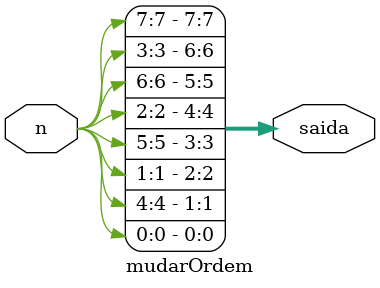
<source format=v>
module mudarOrdem(n, saida);
	input [7:0] n;
	output [7:0] saida;
	
	wire N0, N1, N2, N3, N4, N5, N6, N7;
	not (N0, n[0]);
	not (N1, n[1]);
	not (N2, n[2]);
	not (N3, n[3]);
	
	not (N4, n[4]);
	not (N5, n[5]);
	not (N6, n[6]);
	not (N7, n[7]);

	
	// ==================================
	not (saida[0], N0);
	not (saida[1], N4);
	not (saida[2], N1);
	not (saida[3], N5);
	not (saida[4], N2);
	not (saida[5], N6);
	not (saida[6], N3);
	not (saida[7], N7);
	
endmodule 

</source>
